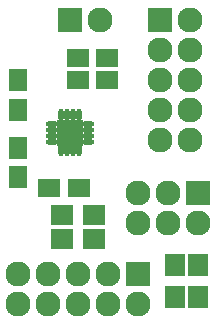
<source format=gts>
G04 #@! TF.FileFunction,Soldermask,Top*
%FSLAX46Y46*%
G04 Gerber Fmt 4.6, Leading zero omitted, Abs format (unit mm)*
G04 Created by KiCad (PCBNEW 0.201509061501+6161~29~ubuntu14.04.1-product) date Sam 12 Sep 2015 09:24:29 CEST*
%MOMM*%
G01*
G04 APERTURE LIST*
%ADD10C,0.100000*%
%ADD11R,1.650000X1.900000*%
%ADD12R,1.900000X1.650000*%
%ADD13R,2.127200X2.127200*%
%ADD14O,2.127200X2.127200*%
%ADD15R,1.700000X1.900000*%
%ADD16R,1.900000X1.700000*%
%ADD17O,1.026000X0.526000*%
%ADD18O,0.526000X1.026000*%
%ADD19R,2.226000X2.226000*%
G04 APERTURE END LIST*
D10*
D11*
X101600000Y-110470000D03*
X101600000Y-107970000D03*
X101600000Y-113685000D03*
X101600000Y-116185000D03*
D12*
X106787000Y-117094000D03*
X104287000Y-117094000D03*
X106700000Y-106045000D03*
X109200000Y-106045000D03*
X106700000Y-107950000D03*
X109200000Y-107950000D03*
D13*
X111760000Y-124333000D03*
D14*
X111760000Y-126873000D03*
X109220000Y-124333000D03*
X109220000Y-126873000D03*
X106680000Y-124333000D03*
X106680000Y-126873000D03*
X104140000Y-124333000D03*
X104140000Y-126873000D03*
X101600000Y-124333000D03*
X101600000Y-126873000D03*
D13*
X106045000Y-102870000D03*
D14*
X108585000Y-102870000D03*
D13*
X113665000Y-102870000D03*
D14*
X116205000Y-102870000D03*
X113665000Y-105410000D03*
X116205000Y-105410000D03*
X113665000Y-107950000D03*
X116205000Y-107950000D03*
X113665000Y-110490000D03*
X116205000Y-110490000D03*
X113665000Y-113030000D03*
X116205000Y-113030000D03*
D15*
X116840000Y-123618000D03*
X116840000Y-126318000D03*
X114935000Y-123618000D03*
X114935000Y-126318000D03*
D16*
X108030000Y-121412000D03*
X105330000Y-121412000D03*
X108030000Y-119380000D03*
X105330000Y-119380000D03*
D17*
X104545000Y-111645000D03*
X104545000Y-112145000D03*
X104545000Y-112645000D03*
X104545000Y-113145000D03*
D18*
X105295000Y-113895000D03*
X105795000Y-113895000D03*
X106295000Y-113895000D03*
X106795000Y-113895000D03*
D17*
X107545000Y-113145000D03*
X107545000Y-112645000D03*
X107545000Y-112145000D03*
X107545000Y-111645000D03*
D18*
X106795000Y-110895000D03*
X106295000Y-110895000D03*
X105795000Y-110895000D03*
X105295000Y-110895000D03*
D19*
X106045000Y-112395000D03*
D13*
X116840000Y-117475000D03*
D14*
X116840000Y-120015000D03*
X114300000Y-117475000D03*
X114300000Y-120015000D03*
X111760000Y-117475000D03*
X111760000Y-120015000D03*
M02*

</source>
